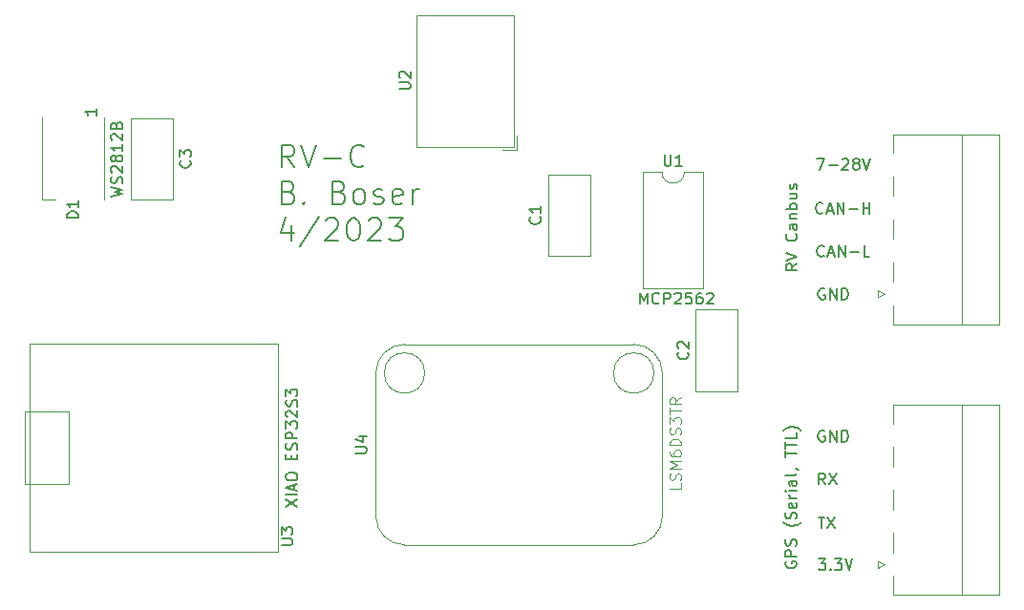
<source format=gbr>
%TF.GenerationSoftware,KiCad,Pcbnew,7.0.1-0*%
%TF.CreationDate,2023-04-24T13:37:36-07:00*%
%TF.ProjectId,project,70726f6a-6563-4742-9e6b-696361645f70,rev?*%
%TF.SameCoordinates,Original*%
%TF.FileFunction,Legend,Top*%
%TF.FilePolarity,Positive*%
%FSLAX46Y46*%
G04 Gerber Fmt 4.6, Leading zero omitted, Abs format (unit mm)*
G04 Created by KiCad (PCBNEW 7.0.1-0) date 2023-04-24 13:37:36*
%MOMM*%
%LPD*%
G01*
G04 APERTURE LIST*
%ADD10C,0.150000*%
%ADD11C,0.100000*%
%ADD12C,0.120000*%
G04 APERTURE END LIST*
D10*
X219459523Y-79282380D02*
X219411904Y-79330000D01*
X219411904Y-79330000D02*
X219269047Y-79377619D01*
X219269047Y-79377619D02*
X219173809Y-79377619D01*
X219173809Y-79377619D02*
X219030952Y-79330000D01*
X219030952Y-79330000D02*
X218935714Y-79234761D01*
X218935714Y-79234761D02*
X218888095Y-79139523D01*
X218888095Y-79139523D02*
X218840476Y-78949047D01*
X218840476Y-78949047D02*
X218840476Y-78806190D01*
X218840476Y-78806190D02*
X218888095Y-78615714D01*
X218888095Y-78615714D02*
X218935714Y-78520476D01*
X218935714Y-78520476D02*
X219030952Y-78425238D01*
X219030952Y-78425238D02*
X219173809Y-78377619D01*
X219173809Y-78377619D02*
X219269047Y-78377619D01*
X219269047Y-78377619D02*
X219411904Y-78425238D01*
X219411904Y-78425238D02*
X219459523Y-78472857D01*
X219840476Y-79091904D02*
X220316666Y-79091904D01*
X219745238Y-79377619D02*
X220078571Y-78377619D01*
X220078571Y-78377619D02*
X220411904Y-79377619D01*
X220745238Y-79377619D02*
X220745238Y-78377619D01*
X220745238Y-78377619D02*
X221316666Y-79377619D01*
X221316666Y-79377619D02*
X221316666Y-78377619D01*
X221792857Y-78996666D02*
X222554762Y-78996666D01*
X223030952Y-79377619D02*
X223030952Y-78377619D01*
X223030952Y-78853809D02*
X223602380Y-78853809D01*
X223602380Y-79377619D02*
X223602380Y-78377619D01*
X171877619Y-105357142D02*
X172877619Y-104690476D01*
X171877619Y-104690476D02*
X172877619Y-105357142D01*
X172877619Y-104309523D02*
X171877619Y-104309523D01*
X172591904Y-103880952D02*
X172591904Y-103404762D01*
X172877619Y-103976190D02*
X171877619Y-103642857D01*
X171877619Y-103642857D02*
X172877619Y-103309524D01*
X171877619Y-102785714D02*
X171877619Y-102595238D01*
X171877619Y-102595238D02*
X171925238Y-102500000D01*
X171925238Y-102500000D02*
X172020476Y-102404762D01*
X172020476Y-102404762D02*
X172210952Y-102357143D01*
X172210952Y-102357143D02*
X172544285Y-102357143D01*
X172544285Y-102357143D02*
X172734761Y-102404762D01*
X172734761Y-102404762D02*
X172830000Y-102500000D01*
X172830000Y-102500000D02*
X172877619Y-102595238D01*
X172877619Y-102595238D02*
X172877619Y-102785714D01*
X172877619Y-102785714D02*
X172830000Y-102880952D01*
X172830000Y-102880952D02*
X172734761Y-102976190D01*
X172734761Y-102976190D02*
X172544285Y-103023809D01*
X172544285Y-103023809D02*
X172210952Y-103023809D01*
X172210952Y-103023809D02*
X172020476Y-102976190D01*
X172020476Y-102976190D02*
X171925238Y-102880952D01*
X171925238Y-102880952D02*
X171877619Y-102785714D01*
X172353809Y-101166666D02*
X172353809Y-100833333D01*
X172877619Y-100690476D02*
X172877619Y-101166666D01*
X172877619Y-101166666D02*
X171877619Y-101166666D01*
X171877619Y-101166666D02*
X171877619Y-100690476D01*
X172830000Y-100309523D02*
X172877619Y-100166666D01*
X172877619Y-100166666D02*
X172877619Y-99928571D01*
X172877619Y-99928571D02*
X172830000Y-99833333D01*
X172830000Y-99833333D02*
X172782380Y-99785714D01*
X172782380Y-99785714D02*
X172687142Y-99738095D01*
X172687142Y-99738095D02*
X172591904Y-99738095D01*
X172591904Y-99738095D02*
X172496666Y-99785714D01*
X172496666Y-99785714D02*
X172449047Y-99833333D01*
X172449047Y-99833333D02*
X172401428Y-99928571D01*
X172401428Y-99928571D02*
X172353809Y-100119047D01*
X172353809Y-100119047D02*
X172306190Y-100214285D01*
X172306190Y-100214285D02*
X172258571Y-100261904D01*
X172258571Y-100261904D02*
X172163333Y-100309523D01*
X172163333Y-100309523D02*
X172068095Y-100309523D01*
X172068095Y-100309523D02*
X171972857Y-100261904D01*
X171972857Y-100261904D02*
X171925238Y-100214285D01*
X171925238Y-100214285D02*
X171877619Y-100119047D01*
X171877619Y-100119047D02*
X171877619Y-99880952D01*
X171877619Y-99880952D02*
X171925238Y-99738095D01*
X172877619Y-99309523D02*
X171877619Y-99309523D01*
X171877619Y-99309523D02*
X171877619Y-98928571D01*
X171877619Y-98928571D02*
X171925238Y-98833333D01*
X171925238Y-98833333D02*
X171972857Y-98785714D01*
X171972857Y-98785714D02*
X172068095Y-98738095D01*
X172068095Y-98738095D02*
X172210952Y-98738095D01*
X172210952Y-98738095D02*
X172306190Y-98785714D01*
X172306190Y-98785714D02*
X172353809Y-98833333D01*
X172353809Y-98833333D02*
X172401428Y-98928571D01*
X172401428Y-98928571D02*
X172401428Y-99309523D01*
X171877619Y-98404761D02*
X171877619Y-97785714D01*
X171877619Y-97785714D02*
X172258571Y-98119047D01*
X172258571Y-98119047D02*
X172258571Y-97976190D01*
X172258571Y-97976190D02*
X172306190Y-97880952D01*
X172306190Y-97880952D02*
X172353809Y-97833333D01*
X172353809Y-97833333D02*
X172449047Y-97785714D01*
X172449047Y-97785714D02*
X172687142Y-97785714D01*
X172687142Y-97785714D02*
X172782380Y-97833333D01*
X172782380Y-97833333D02*
X172830000Y-97880952D01*
X172830000Y-97880952D02*
X172877619Y-97976190D01*
X172877619Y-97976190D02*
X172877619Y-98261904D01*
X172877619Y-98261904D02*
X172830000Y-98357142D01*
X172830000Y-98357142D02*
X172782380Y-98404761D01*
X171972857Y-97404761D02*
X171925238Y-97357142D01*
X171925238Y-97357142D02*
X171877619Y-97261904D01*
X171877619Y-97261904D02*
X171877619Y-97023809D01*
X171877619Y-97023809D02*
X171925238Y-96928571D01*
X171925238Y-96928571D02*
X171972857Y-96880952D01*
X171972857Y-96880952D02*
X172068095Y-96833333D01*
X172068095Y-96833333D02*
X172163333Y-96833333D01*
X172163333Y-96833333D02*
X172306190Y-96880952D01*
X172306190Y-96880952D02*
X172877619Y-97452380D01*
X172877619Y-97452380D02*
X172877619Y-96833333D01*
X172830000Y-96452380D02*
X172877619Y-96309523D01*
X172877619Y-96309523D02*
X172877619Y-96071428D01*
X172877619Y-96071428D02*
X172830000Y-95976190D01*
X172830000Y-95976190D02*
X172782380Y-95928571D01*
X172782380Y-95928571D02*
X172687142Y-95880952D01*
X172687142Y-95880952D02*
X172591904Y-95880952D01*
X172591904Y-95880952D02*
X172496666Y-95928571D01*
X172496666Y-95928571D02*
X172449047Y-95976190D01*
X172449047Y-95976190D02*
X172401428Y-96071428D01*
X172401428Y-96071428D02*
X172353809Y-96261904D01*
X172353809Y-96261904D02*
X172306190Y-96357142D01*
X172306190Y-96357142D02*
X172258571Y-96404761D01*
X172258571Y-96404761D02*
X172163333Y-96452380D01*
X172163333Y-96452380D02*
X172068095Y-96452380D01*
X172068095Y-96452380D02*
X171972857Y-96404761D01*
X171972857Y-96404761D02*
X171925238Y-96357142D01*
X171925238Y-96357142D02*
X171877619Y-96261904D01*
X171877619Y-96261904D02*
X171877619Y-96023809D01*
X171877619Y-96023809D02*
X171925238Y-95880952D01*
X171877619Y-95547618D02*
X171877619Y-94928571D01*
X171877619Y-94928571D02*
X172258571Y-95261904D01*
X172258571Y-95261904D02*
X172258571Y-95119047D01*
X172258571Y-95119047D02*
X172306190Y-95023809D01*
X172306190Y-95023809D02*
X172353809Y-94976190D01*
X172353809Y-94976190D02*
X172449047Y-94928571D01*
X172449047Y-94928571D02*
X172687142Y-94928571D01*
X172687142Y-94928571D02*
X172782380Y-94976190D01*
X172782380Y-94976190D02*
X172830000Y-95023809D01*
X172830000Y-95023809D02*
X172877619Y-95119047D01*
X172877619Y-95119047D02*
X172877619Y-95404761D01*
X172877619Y-95404761D02*
X172830000Y-95499999D01*
X172830000Y-95499999D02*
X172782380Y-95547618D01*
X172619047Y-75275238D02*
X171952380Y-74322857D01*
X171476190Y-75275238D02*
X171476190Y-73275238D01*
X171476190Y-73275238D02*
X172238095Y-73275238D01*
X172238095Y-73275238D02*
X172428571Y-73370476D01*
X172428571Y-73370476D02*
X172523809Y-73465714D01*
X172523809Y-73465714D02*
X172619047Y-73656190D01*
X172619047Y-73656190D02*
X172619047Y-73941904D01*
X172619047Y-73941904D02*
X172523809Y-74132380D01*
X172523809Y-74132380D02*
X172428571Y-74227619D01*
X172428571Y-74227619D02*
X172238095Y-74322857D01*
X172238095Y-74322857D02*
X171476190Y-74322857D01*
X173190476Y-73275238D02*
X173857142Y-75275238D01*
X173857142Y-75275238D02*
X174523809Y-73275238D01*
X175190476Y-74513333D02*
X176714286Y-74513333D01*
X178809523Y-75084761D02*
X178714285Y-75180000D01*
X178714285Y-75180000D02*
X178428571Y-75275238D01*
X178428571Y-75275238D02*
X178238095Y-75275238D01*
X178238095Y-75275238D02*
X177952380Y-75180000D01*
X177952380Y-75180000D02*
X177761904Y-74989523D01*
X177761904Y-74989523D02*
X177666666Y-74799047D01*
X177666666Y-74799047D02*
X177571428Y-74418095D01*
X177571428Y-74418095D02*
X177571428Y-74132380D01*
X177571428Y-74132380D02*
X177666666Y-73751428D01*
X177666666Y-73751428D02*
X177761904Y-73560952D01*
X177761904Y-73560952D02*
X177952380Y-73370476D01*
X177952380Y-73370476D02*
X178238095Y-73275238D01*
X178238095Y-73275238D02*
X178428571Y-73275238D01*
X178428571Y-73275238D02*
X178714285Y-73370476D01*
X178714285Y-73370476D02*
X178809523Y-73465714D01*
X172142857Y-77467619D02*
X172428571Y-77562857D01*
X172428571Y-77562857D02*
X172523809Y-77658095D01*
X172523809Y-77658095D02*
X172619047Y-77848571D01*
X172619047Y-77848571D02*
X172619047Y-78134285D01*
X172619047Y-78134285D02*
X172523809Y-78324761D01*
X172523809Y-78324761D02*
X172428571Y-78420000D01*
X172428571Y-78420000D02*
X172238095Y-78515238D01*
X172238095Y-78515238D02*
X171476190Y-78515238D01*
X171476190Y-78515238D02*
X171476190Y-76515238D01*
X171476190Y-76515238D02*
X172142857Y-76515238D01*
X172142857Y-76515238D02*
X172333333Y-76610476D01*
X172333333Y-76610476D02*
X172428571Y-76705714D01*
X172428571Y-76705714D02*
X172523809Y-76896190D01*
X172523809Y-76896190D02*
X172523809Y-77086666D01*
X172523809Y-77086666D02*
X172428571Y-77277142D01*
X172428571Y-77277142D02*
X172333333Y-77372380D01*
X172333333Y-77372380D02*
X172142857Y-77467619D01*
X172142857Y-77467619D02*
X171476190Y-77467619D01*
X173476190Y-78324761D02*
X173571428Y-78420000D01*
X173571428Y-78420000D02*
X173476190Y-78515238D01*
X173476190Y-78515238D02*
X173380952Y-78420000D01*
X173380952Y-78420000D02*
X173476190Y-78324761D01*
X173476190Y-78324761D02*
X173476190Y-78515238D01*
X176619048Y-77467619D02*
X176904762Y-77562857D01*
X176904762Y-77562857D02*
X177000000Y-77658095D01*
X177000000Y-77658095D02*
X177095238Y-77848571D01*
X177095238Y-77848571D02*
X177095238Y-78134285D01*
X177095238Y-78134285D02*
X177000000Y-78324761D01*
X177000000Y-78324761D02*
X176904762Y-78420000D01*
X176904762Y-78420000D02*
X176714286Y-78515238D01*
X176714286Y-78515238D02*
X175952381Y-78515238D01*
X175952381Y-78515238D02*
X175952381Y-76515238D01*
X175952381Y-76515238D02*
X176619048Y-76515238D01*
X176619048Y-76515238D02*
X176809524Y-76610476D01*
X176809524Y-76610476D02*
X176904762Y-76705714D01*
X176904762Y-76705714D02*
X177000000Y-76896190D01*
X177000000Y-76896190D02*
X177000000Y-77086666D01*
X177000000Y-77086666D02*
X176904762Y-77277142D01*
X176904762Y-77277142D02*
X176809524Y-77372380D01*
X176809524Y-77372380D02*
X176619048Y-77467619D01*
X176619048Y-77467619D02*
X175952381Y-77467619D01*
X178238095Y-78515238D02*
X178047619Y-78420000D01*
X178047619Y-78420000D02*
X177952381Y-78324761D01*
X177952381Y-78324761D02*
X177857143Y-78134285D01*
X177857143Y-78134285D02*
X177857143Y-77562857D01*
X177857143Y-77562857D02*
X177952381Y-77372380D01*
X177952381Y-77372380D02*
X178047619Y-77277142D01*
X178047619Y-77277142D02*
X178238095Y-77181904D01*
X178238095Y-77181904D02*
X178523810Y-77181904D01*
X178523810Y-77181904D02*
X178714286Y-77277142D01*
X178714286Y-77277142D02*
X178809524Y-77372380D01*
X178809524Y-77372380D02*
X178904762Y-77562857D01*
X178904762Y-77562857D02*
X178904762Y-78134285D01*
X178904762Y-78134285D02*
X178809524Y-78324761D01*
X178809524Y-78324761D02*
X178714286Y-78420000D01*
X178714286Y-78420000D02*
X178523810Y-78515238D01*
X178523810Y-78515238D02*
X178238095Y-78515238D01*
X179666667Y-78420000D02*
X179857143Y-78515238D01*
X179857143Y-78515238D02*
X180238095Y-78515238D01*
X180238095Y-78515238D02*
X180428572Y-78420000D01*
X180428572Y-78420000D02*
X180523810Y-78229523D01*
X180523810Y-78229523D02*
X180523810Y-78134285D01*
X180523810Y-78134285D02*
X180428572Y-77943809D01*
X180428572Y-77943809D02*
X180238095Y-77848571D01*
X180238095Y-77848571D02*
X179952381Y-77848571D01*
X179952381Y-77848571D02*
X179761905Y-77753333D01*
X179761905Y-77753333D02*
X179666667Y-77562857D01*
X179666667Y-77562857D02*
X179666667Y-77467619D01*
X179666667Y-77467619D02*
X179761905Y-77277142D01*
X179761905Y-77277142D02*
X179952381Y-77181904D01*
X179952381Y-77181904D02*
X180238095Y-77181904D01*
X180238095Y-77181904D02*
X180428572Y-77277142D01*
X182142858Y-78420000D02*
X181952382Y-78515238D01*
X181952382Y-78515238D02*
X181571429Y-78515238D01*
X181571429Y-78515238D02*
X181380953Y-78420000D01*
X181380953Y-78420000D02*
X181285715Y-78229523D01*
X181285715Y-78229523D02*
X181285715Y-77467619D01*
X181285715Y-77467619D02*
X181380953Y-77277142D01*
X181380953Y-77277142D02*
X181571429Y-77181904D01*
X181571429Y-77181904D02*
X181952382Y-77181904D01*
X181952382Y-77181904D02*
X182142858Y-77277142D01*
X182142858Y-77277142D02*
X182238096Y-77467619D01*
X182238096Y-77467619D02*
X182238096Y-77658095D01*
X182238096Y-77658095D02*
X181285715Y-77848571D01*
X183095239Y-78515238D02*
X183095239Y-77181904D01*
X183095239Y-77562857D02*
X183190477Y-77372380D01*
X183190477Y-77372380D02*
X183285715Y-77277142D01*
X183285715Y-77277142D02*
X183476191Y-77181904D01*
X183476191Y-77181904D02*
X183666668Y-77181904D01*
X172333333Y-80421904D02*
X172333333Y-81755238D01*
X171857142Y-79660000D02*
X171380952Y-81088571D01*
X171380952Y-81088571D02*
X172619047Y-81088571D01*
X174809523Y-79660000D02*
X173095238Y-82231428D01*
X175380952Y-79945714D02*
X175476190Y-79850476D01*
X175476190Y-79850476D02*
X175666666Y-79755238D01*
X175666666Y-79755238D02*
X176142857Y-79755238D01*
X176142857Y-79755238D02*
X176333333Y-79850476D01*
X176333333Y-79850476D02*
X176428571Y-79945714D01*
X176428571Y-79945714D02*
X176523809Y-80136190D01*
X176523809Y-80136190D02*
X176523809Y-80326666D01*
X176523809Y-80326666D02*
X176428571Y-80612380D01*
X176428571Y-80612380D02*
X175285714Y-81755238D01*
X175285714Y-81755238D02*
X176523809Y-81755238D01*
X177761904Y-79755238D02*
X177952381Y-79755238D01*
X177952381Y-79755238D02*
X178142857Y-79850476D01*
X178142857Y-79850476D02*
X178238095Y-79945714D01*
X178238095Y-79945714D02*
X178333333Y-80136190D01*
X178333333Y-80136190D02*
X178428571Y-80517142D01*
X178428571Y-80517142D02*
X178428571Y-80993333D01*
X178428571Y-80993333D02*
X178333333Y-81374285D01*
X178333333Y-81374285D02*
X178238095Y-81564761D01*
X178238095Y-81564761D02*
X178142857Y-81660000D01*
X178142857Y-81660000D02*
X177952381Y-81755238D01*
X177952381Y-81755238D02*
X177761904Y-81755238D01*
X177761904Y-81755238D02*
X177571428Y-81660000D01*
X177571428Y-81660000D02*
X177476190Y-81564761D01*
X177476190Y-81564761D02*
X177380952Y-81374285D01*
X177380952Y-81374285D02*
X177285714Y-80993333D01*
X177285714Y-80993333D02*
X177285714Y-80517142D01*
X177285714Y-80517142D02*
X177380952Y-80136190D01*
X177380952Y-80136190D02*
X177476190Y-79945714D01*
X177476190Y-79945714D02*
X177571428Y-79850476D01*
X177571428Y-79850476D02*
X177761904Y-79755238D01*
X179190476Y-79945714D02*
X179285714Y-79850476D01*
X179285714Y-79850476D02*
X179476190Y-79755238D01*
X179476190Y-79755238D02*
X179952381Y-79755238D01*
X179952381Y-79755238D02*
X180142857Y-79850476D01*
X180142857Y-79850476D02*
X180238095Y-79945714D01*
X180238095Y-79945714D02*
X180333333Y-80136190D01*
X180333333Y-80136190D02*
X180333333Y-80326666D01*
X180333333Y-80326666D02*
X180238095Y-80612380D01*
X180238095Y-80612380D02*
X179095238Y-81755238D01*
X179095238Y-81755238D02*
X180333333Y-81755238D01*
X181000000Y-79755238D02*
X182238095Y-79755238D01*
X182238095Y-79755238D02*
X181571428Y-80517142D01*
X181571428Y-80517142D02*
X181857143Y-80517142D01*
X181857143Y-80517142D02*
X182047619Y-80612380D01*
X182047619Y-80612380D02*
X182142857Y-80707619D01*
X182142857Y-80707619D02*
X182238095Y-80898095D01*
X182238095Y-80898095D02*
X182238095Y-81374285D01*
X182238095Y-81374285D02*
X182142857Y-81564761D01*
X182142857Y-81564761D02*
X182047619Y-81660000D01*
X182047619Y-81660000D02*
X181857143Y-81755238D01*
X181857143Y-81755238D02*
X181285714Y-81755238D01*
X181285714Y-81755238D02*
X181095238Y-81660000D01*
X181095238Y-81660000D02*
X181000000Y-81564761D01*
X217177619Y-83790476D02*
X216701428Y-84123809D01*
X217177619Y-84361904D02*
X216177619Y-84361904D01*
X216177619Y-84361904D02*
X216177619Y-83980952D01*
X216177619Y-83980952D02*
X216225238Y-83885714D01*
X216225238Y-83885714D02*
X216272857Y-83838095D01*
X216272857Y-83838095D02*
X216368095Y-83790476D01*
X216368095Y-83790476D02*
X216510952Y-83790476D01*
X216510952Y-83790476D02*
X216606190Y-83838095D01*
X216606190Y-83838095D02*
X216653809Y-83885714D01*
X216653809Y-83885714D02*
X216701428Y-83980952D01*
X216701428Y-83980952D02*
X216701428Y-84361904D01*
X216177619Y-83504761D02*
X217177619Y-83171428D01*
X217177619Y-83171428D02*
X216177619Y-82838095D01*
X217082380Y-81171428D02*
X217130000Y-81219047D01*
X217130000Y-81219047D02*
X217177619Y-81361904D01*
X217177619Y-81361904D02*
X217177619Y-81457142D01*
X217177619Y-81457142D02*
X217130000Y-81599999D01*
X217130000Y-81599999D02*
X217034761Y-81695237D01*
X217034761Y-81695237D02*
X216939523Y-81742856D01*
X216939523Y-81742856D02*
X216749047Y-81790475D01*
X216749047Y-81790475D02*
X216606190Y-81790475D01*
X216606190Y-81790475D02*
X216415714Y-81742856D01*
X216415714Y-81742856D02*
X216320476Y-81695237D01*
X216320476Y-81695237D02*
X216225238Y-81599999D01*
X216225238Y-81599999D02*
X216177619Y-81457142D01*
X216177619Y-81457142D02*
X216177619Y-81361904D01*
X216177619Y-81361904D02*
X216225238Y-81219047D01*
X216225238Y-81219047D02*
X216272857Y-81171428D01*
X217177619Y-80314285D02*
X216653809Y-80314285D01*
X216653809Y-80314285D02*
X216558571Y-80361904D01*
X216558571Y-80361904D02*
X216510952Y-80457142D01*
X216510952Y-80457142D02*
X216510952Y-80647618D01*
X216510952Y-80647618D02*
X216558571Y-80742856D01*
X217130000Y-80314285D02*
X217177619Y-80409523D01*
X217177619Y-80409523D02*
X217177619Y-80647618D01*
X217177619Y-80647618D02*
X217130000Y-80742856D01*
X217130000Y-80742856D02*
X217034761Y-80790475D01*
X217034761Y-80790475D02*
X216939523Y-80790475D01*
X216939523Y-80790475D02*
X216844285Y-80742856D01*
X216844285Y-80742856D02*
X216796666Y-80647618D01*
X216796666Y-80647618D02*
X216796666Y-80409523D01*
X216796666Y-80409523D02*
X216749047Y-80314285D01*
X216510952Y-79838094D02*
X217177619Y-79838094D01*
X216606190Y-79838094D02*
X216558571Y-79790475D01*
X216558571Y-79790475D02*
X216510952Y-79695237D01*
X216510952Y-79695237D02*
X216510952Y-79552380D01*
X216510952Y-79552380D02*
X216558571Y-79457142D01*
X216558571Y-79457142D02*
X216653809Y-79409523D01*
X216653809Y-79409523D02*
X217177619Y-79409523D01*
X217177619Y-78933332D02*
X216177619Y-78933332D01*
X216558571Y-78933332D02*
X216510952Y-78838094D01*
X216510952Y-78838094D02*
X216510952Y-78647618D01*
X216510952Y-78647618D02*
X216558571Y-78552380D01*
X216558571Y-78552380D02*
X216606190Y-78504761D01*
X216606190Y-78504761D02*
X216701428Y-78457142D01*
X216701428Y-78457142D02*
X216987142Y-78457142D01*
X216987142Y-78457142D02*
X217082380Y-78504761D01*
X217082380Y-78504761D02*
X217130000Y-78552380D01*
X217130000Y-78552380D02*
X217177619Y-78647618D01*
X217177619Y-78647618D02*
X217177619Y-78838094D01*
X217177619Y-78838094D02*
X217130000Y-78933332D01*
X216510952Y-77599999D02*
X217177619Y-77599999D01*
X216510952Y-78028570D02*
X217034761Y-78028570D01*
X217034761Y-78028570D02*
X217130000Y-77980951D01*
X217130000Y-77980951D02*
X217177619Y-77885713D01*
X217177619Y-77885713D02*
X217177619Y-77742856D01*
X217177619Y-77742856D02*
X217130000Y-77647618D01*
X217130000Y-77647618D02*
X217082380Y-77599999D01*
X217130000Y-77171427D02*
X217177619Y-77076189D01*
X217177619Y-77076189D02*
X217177619Y-76885713D01*
X217177619Y-76885713D02*
X217130000Y-76790475D01*
X217130000Y-76790475D02*
X217034761Y-76742856D01*
X217034761Y-76742856D02*
X216987142Y-76742856D01*
X216987142Y-76742856D02*
X216891904Y-76790475D01*
X216891904Y-76790475D02*
X216844285Y-76885713D01*
X216844285Y-76885713D02*
X216844285Y-77028570D01*
X216844285Y-77028570D02*
X216796666Y-77123808D01*
X216796666Y-77123808D02*
X216701428Y-77171427D01*
X216701428Y-77171427D02*
X216653809Y-77171427D01*
X216653809Y-77171427D02*
X216558571Y-77123808D01*
X216558571Y-77123808D02*
X216510952Y-77028570D01*
X216510952Y-77028570D02*
X216510952Y-76885713D01*
X216510952Y-76885713D02*
X216558571Y-76790475D01*
X203238095Y-87377619D02*
X203238095Y-86377619D01*
X203238095Y-86377619D02*
X203571428Y-87091904D01*
X203571428Y-87091904D02*
X203904761Y-86377619D01*
X203904761Y-86377619D02*
X203904761Y-87377619D01*
X204952380Y-87282380D02*
X204904761Y-87330000D01*
X204904761Y-87330000D02*
X204761904Y-87377619D01*
X204761904Y-87377619D02*
X204666666Y-87377619D01*
X204666666Y-87377619D02*
X204523809Y-87330000D01*
X204523809Y-87330000D02*
X204428571Y-87234761D01*
X204428571Y-87234761D02*
X204380952Y-87139523D01*
X204380952Y-87139523D02*
X204333333Y-86949047D01*
X204333333Y-86949047D02*
X204333333Y-86806190D01*
X204333333Y-86806190D02*
X204380952Y-86615714D01*
X204380952Y-86615714D02*
X204428571Y-86520476D01*
X204428571Y-86520476D02*
X204523809Y-86425238D01*
X204523809Y-86425238D02*
X204666666Y-86377619D01*
X204666666Y-86377619D02*
X204761904Y-86377619D01*
X204761904Y-86377619D02*
X204904761Y-86425238D01*
X204904761Y-86425238D02*
X204952380Y-86472857D01*
X205380952Y-87377619D02*
X205380952Y-86377619D01*
X205380952Y-86377619D02*
X205761904Y-86377619D01*
X205761904Y-86377619D02*
X205857142Y-86425238D01*
X205857142Y-86425238D02*
X205904761Y-86472857D01*
X205904761Y-86472857D02*
X205952380Y-86568095D01*
X205952380Y-86568095D02*
X205952380Y-86710952D01*
X205952380Y-86710952D02*
X205904761Y-86806190D01*
X205904761Y-86806190D02*
X205857142Y-86853809D01*
X205857142Y-86853809D02*
X205761904Y-86901428D01*
X205761904Y-86901428D02*
X205380952Y-86901428D01*
X206333333Y-86472857D02*
X206380952Y-86425238D01*
X206380952Y-86425238D02*
X206476190Y-86377619D01*
X206476190Y-86377619D02*
X206714285Y-86377619D01*
X206714285Y-86377619D02*
X206809523Y-86425238D01*
X206809523Y-86425238D02*
X206857142Y-86472857D01*
X206857142Y-86472857D02*
X206904761Y-86568095D01*
X206904761Y-86568095D02*
X206904761Y-86663333D01*
X206904761Y-86663333D02*
X206857142Y-86806190D01*
X206857142Y-86806190D02*
X206285714Y-87377619D01*
X206285714Y-87377619D02*
X206904761Y-87377619D01*
X207809523Y-86377619D02*
X207333333Y-86377619D01*
X207333333Y-86377619D02*
X207285714Y-86853809D01*
X207285714Y-86853809D02*
X207333333Y-86806190D01*
X207333333Y-86806190D02*
X207428571Y-86758571D01*
X207428571Y-86758571D02*
X207666666Y-86758571D01*
X207666666Y-86758571D02*
X207761904Y-86806190D01*
X207761904Y-86806190D02*
X207809523Y-86853809D01*
X207809523Y-86853809D02*
X207857142Y-86949047D01*
X207857142Y-86949047D02*
X207857142Y-87187142D01*
X207857142Y-87187142D02*
X207809523Y-87282380D01*
X207809523Y-87282380D02*
X207761904Y-87330000D01*
X207761904Y-87330000D02*
X207666666Y-87377619D01*
X207666666Y-87377619D02*
X207428571Y-87377619D01*
X207428571Y-87377619D02*
X207333333Y-87330000D01*
X207333333Y-87330000D02*
X207285714Y-87282380D01*
X208714285Y-86377619D02*
X208523809Y-86377619D01*
X208523809Y-86377619D02*
X208428571Y-86425238D01*
X208428571Y-86425238D02*
X208380952Y-86472857D01*
X208380952Y-86472857D02*
X208285714Y-86615714D01*
X208285714Y-86615714D02*
X208238095Y-86806190D01*
X208238095Y-86806190D02*
X208238095Y-87187142D01*
X208238095Y-87187142D02*
X208285714Y-87282380D01*
X208285714Y-87282380D02*
X208333333Y-87330000D01*
X208333333Y-87330000D02*
X208428571Y-87377619D01*
X208428571Y-87377619D02*
X208619047Y-87377619D01*
X208619047Y-87377619D02*
X208714285Y-87330000D01*
X208714285Y-87330000D02*
X208761904Y-87282380D01*
X208761904Y-87282380D02*
X208809523Y-87187142D01*
X208809523Y-87187142D02*
X208809523Y-86949047D01*
X208809523Y-86949047D02*
X208761904Y-86853809D01*
X208761904Y-86853809D02*
X208714285Y-86806190D01*
X208714285Y-86806190D02*
X208619047Y-86758571D01*
X208619047Y-86758571D02*
X208428571Y-86758571D01*
X208428571Y-86758571D02*
X208333333Y-86806190D01*
X208333333Y-86806190D02*
X208285714Y-86853809D01*
X208285714Y-86853809D02*
X208238095Y-86949047D01*
X209190476Y-86472857D02*
X209238095Y-86425238D01*
X209238095Y-86425238D02*
X209333333Y-86377619D01*
X209333333Y-86377619D02*
X209571428Y-86377619D01*
X209571428Y-86377619D02*
X209666666Y-86425238D01*
X209666666Y-86425238D02*
X209714285Y-86472857D01*
X209714285Y-86472857D02*
X209761904Y-86568095D01*
X209761904Y-86568095D02*
X209761904Y-86663333D01*
X209761904Y-86663333D02*
X209714285Y-86806190D01*
X209714285Y-86806190D02*
X209142857Y-87377619D01*
X209142857Y-87377619D02*
X209761904Y-87377619D01*
X219092857Y-109977619D02*
X219711904Y-109977619D01*
X219711904Y-109977619D02*
X219378571Y-110358571D01*
X219378571Y-110358571D02*
X219521428Y-110358571D01*
X219521428Y-110358571D02*
X219616666Y-110406190D01*
X219616666Y-110406190D02*
X219664285Y-110453809D01*
X219664285Y-110453809D02*
X219711904Y-110549047D01*
X219711904Y-110549047D02*
X219711904Y-110787142D01*
X219711904Y-110787142D02*
X219664285Y-110882380D01*
X219664285Y-110882380D02*
X219616666Y-110930000D01*
X219616666Y-110930000D02*
X219521428Y-110977619D01*
X219521428Y-110977619D02*
X219235714Y-110977619D01*
X219235714Y-110977619D02*
X219140476Y-110930000D01*
X219140476Y-110930000D02*
X219092857Y-110882380D01*
X220140476Y-110882380D02*
X220188095Y-110930000D01*
X220188095Y-110930000D02*
X220140476Y-110977619D01*
X220140476Y-110977619D02*
X220092857Y-110930000D01*
X220092857Y-110930000D02*
X220140476Y-110882380D01*
X220140476Y-110882380D02*
X220140476Y-110977619D01*
X220521428Y-109977619D02*
X221140475Y-109977619D01*
X221140475Y-109977619D02*
X220807142Y-110358571D01*
X220807142Y-110358571D02*
X220949999Y-110358571D01*
X220949999Y-110358571D02*
X221045237Y-110406190D01*
X221045237Y-110406190D02*
X221092856Y-110453809D01*
X221092856Y-110453809D02*
X221140475Y-110549047D01*
X221140475Y-110549047D02*
X221140475Y-110787142D01*
X221140475Y-110787142D02*
X221092856Y-110882380D01*
X221092856Y-110882380D02*
X221045237Y-110930000D01*
X221045237Y-110930000D02*
X220949999Y-110977619D01*
X220949999Y-110977619D02*
X220664285Y-110977619D01*
X220664285Y-110977619D02*
X220569047Y-110930000D01*
X220569047Y-110930000D02*
X220521428Y-110882380D01*
X221426190Y-109977619D02*
X221759523Y-110977619D01*
X221759523Y-110977619D02*
X222092856Y-109977619D01*
X219611904Y-86025238D02*
X219516666Y-85977619D01*
X219516666Y-85977619D02*
X219373809Y-85977619D01*
X219373809Y-85977619D02*
X219230952Y-86025238D01*
X219230952Y-86025238D02*
X219135714Y-86120476D01*
X219135714Y-86120476D02*
X219088095Y-86215714D01*
X219088095Y-86215714D02*
X219040476Y-86406190D01*
X219040476Y-86406190D02*
X219040476Y-86549047D01*
X219040476Y-86549047D02*
X219088095Y-86739523D01*
X219088095Y-86739523D02*
X219135714Y-86834761D01*
X219135714Y-86834761D02*
X219230952Y-86930000D01*
X219230952Y-86930000D02*
X219373809Y-86977619D01*
X219373809Y-86977619D02*
X219469047Y-86977619D01*
X219469047Y-86977619D02*
X219611904Y-86930000D01*
X219611904Y-86930000D02*
X219659523Y-86882380D01*
X219659523Y-86882380D02*
X219659523Y-86549047D01*
X219659523Y-86549047D02*
X219469047Y-86549047D01*
X220088095Y-86977619D02*
X220088095Y-85977619D01*
X220088095Y-85977619D02*
X220659523Y-86977619D01*
X220659523Y-86977619D02*
X220659523Y-85977619D01*
X221135714Y-86977619D02*
X221135714Y-85977619D01*
X221135714Y-85977619D02*
X221373809Y-85977619D01*
X221373809Y-85977619D02*
X221516666Y-86025238D01*
X221516666Y-86025238D02*
X221611904Y-86120476D01*
X221611904Y-86120476D02*
X221659523Y-86215714D01*
X221659523Y-86215714D02*
X221707142Y-86406190D01*
X221707142Y-86406190D02*
X221707142Y-86549047D01*
X221707142Y-86549047D02*
X221659523Y-86739523D01*
X221659523Y-86739523D02*
X221611904Y-86834761D01*
X221611904Y-86834761D02*
X221516666Y-86930000D01*
X221516666Y-86930000D02*
X221373809Y-86977619D01*
X221373809Y-86977619D02*
X221135714Y-86977619D01*
X216175238Y-110238095D02*
X216127619Y-110333333D01*
X216127619Y-110333333D02*
X216127619Y-110476190D01*
X216127619Y-110476190D02*
X216175238Y-110619047D01*
X216175238Y-110619047D02*
X216270476Y-110714285D01*
X216270476Y-110714285D02*
X216365714Y-110761904D01*
X216365714Y-110761904D02*
X216556190Y-110809523D01*
X216556190Y-110809523D02*
X216699047Y-110809523D01*
X216699047Y-110809523D02*
X216889523Y-110761904D01*
X216889523Y-110761904D02*
X216984761Y-110714285D01*
X216984761Y-110714285D02*
X217080000Y-110619047D01*
X217080000Y-110619047D02*
X217127619Y-110476190D01*
X217127619Y-110476190D02*
X217127619Y-110380952D01*
X217127619Y-110380952D02*
X217080000Y-110238095D01*
X217080000Y-110238095D02*
X217032380Y-110190476D01*
X217032380Y-110190476D02*
X216699047Y-110190476D01*
X216699047Y-110190476D02*
X216699047Y-110380952D01*
X217127619Y-109761904D02*
X216127619Y-109761904D01*
X216127619Y-109761904D02*
X216127619Y-109380952D01*
X216127619Y-109380952D02*
X216175238Y-109285714D01*
X216175238Y-109285714D02*
X216222857Y-109238095D01*
X216222857Y-109238095D02*
X216318095Y-109190476D01*
X216318095Y-109190476D02*
X216460952Y-109190476D01*
X216460952Y-109190476D02*
X216556190Y-109238095D01*
X216556190Y-109238095D02*
X216603809Y-109285714D01*
X216603809Y-109285714D02*
X216651428Y-109380952D01*
X216651428Y-109380952D02*
X216651428Y-109761904D01*
X217080000Y-108809523D02*
X217127619Y-108666666D01*
X217127619Y-108666666D02*
X217127619Y-108428571D01*
X217127619Y-108428571D02*
X217080000Y-108333333D01*
X217080000Y-108333333D02*
X217032380Y-108285714D01*
X217032380Y-108285714D02*
X216937142Y-108238095D01*
X216937142Y-108238095D02*
X216841904Y-108238095D01*
X216841904Y-108238095D02*
X216746666Y-108285714D01*
X216746666Y-108285714D02*
X216699047Y-108333333D01*
X216699047Y-108333333D02*
X216651428Y-108428571D01*
X216651428Y-108428571D02*
X216603809Y-108619047D01*
X216603809Y-108619047D02*
X216556190Y-108714285D01*
X216556190Y-108714285D02*
X216508571Y-108761904D01*
X216508571Y-108761904D02*
X216413333Y-108809523D01*
X216413333Y-108809523D02*
X216318095Y-108809523D01*
X216318095Y-108809523D02*
X216222857Y-108761904D01*
X216222857Y-108761904D02*
X216175238Y-108714285D01*
X216175238Y-108714285D02*
X216127619Y-108619047D01*
X216127619Y-108619047D02*
X216127619Y-108380952D01*
X216127619Y-108380952D02*
X216175238Y-108238095D01*
X217508571Y-106761904D02*
X217460952Y-106809523D01*
X217460952Y-106809523D02*
X217318095Y-106904761D01*
X217318095Y-106904761D02*
X217222857Y-106952380D01*
X217222857Y-106952380D02*
X217080000Y-106999999D01*
X217080000Y-106999999D02*
X216841904Y-107047618D01*
X216841904Y-107047618D02*
X216651428Y-107047618D01*
X216651428Y-107047618D02*
X216413333Y-106999999D01*
X216413333Y-106999999D02*
X216270476Y-106952380D01*
X216270476Y-106952380D02*
X216175238Y-106904761D01*
X216175238Y-106904761D02*
X216032380Y-106809523D01*
X216032380Y-106809523D02*
X215984761Y-106761904D01*
X217080000Y-106428570D02*
X217127619Y-106285713D01*
X217127619Y-106285713D02*
X217127619Y-106047618D01*
X217127619Y-106047618D02*
X217080000Y-105952380D01*
X217080000Y-105952380D02*
X217032380Y-105904761D01*
X217032380Y-105904761D02*
X216937142Y-105857142D01*
X216937142Y-105857142D02*
X216841904Y-105857142D01*
X216841904Y-105857142D02*
X216746666Y-105904761D01*
X216746666Y-105904761D02*
X216699047Y-105952380D01*
X216699047Y-105952380D02*
X216651428Y-106047618D01*
X216651428Y-106047618D02*
X216603809Y-106238094D01*
X216603809Y-106238094D02*
X216556190Y-106333332D01*
X216556190Y-106333332D02*
X216508571Y-106380951D01*
X216508571Y-106380951D02*
X216413333Y-106428570D01*
X216413333Y-106428570D02*
X216318095Y-106428570D01*
X216318095Y-106428570D02*
X216222857Y-106380951D01*
X216222857Y-106380951D02*
X216175238Y-106333332D01*
X216175238Y-106333332D02*
X216127619Y-106238094D01*
X216127619Y-106238094D02*
X216127619Y-105999999D01*
X216127619Y-105999999D02*
X216175238Y-105857142D01*
X217080000Y-105047618D02*
X217127619Y-105142856D01*
X217127619Y-105142856D02*
X217127619Y-105333332D01*
X217127619Y-105333332D02*
X217080000Y-105428570D01*
X217080000Y-105428570D02*
X216984761Y-105476189D01*
X216984761Y-105476189D02*
X216603809Y-105476189D01*
X216603809Y-105476189D02*
X216508571Y-105428570D01*
X216508571Y-105428570D02*
X216460952Y-105333332D01*
X216460952Y-105333332D02*
X216460952Y-105142856D01*
X216460952Y-105142856D02*
X216508571Y-105047618D01*
X216508571Y-105047618D02*
X216603809Y-104999999D01*
X216603809Y-104999999D02*
X216699047Y-104999999D01*
X216699047Y-104999999D02*
X216794285Y-105476189D01*
X217127619Y-104571427D02*
X216460952Y-104571427D01*
X216651428Y-104571427D02*
X216556190Y-104523808D01*
X216556190Y-104523808D02*
X216508571Y-104476189D01*
X216508571Y-104476189D02*
X216460952Y-104380951D01*
X216460952Y-104380951D02*
X216460952Y-104285713D01*
X217127619Y-103952379D02*
X216460952Y-103952379D01*
X216127619Y-103952379D02*
X216175238Y-103999998D01*
X216175238Y-103999998D02*
X216222857Y-103952379D01*
X216222857Y-103952379D02*
X216175238Y-103904760D01*
X216175238Y-103904760D02*
X216127619Y-103952379D01*
X216127619Y-103952379D02*
X216222857Y-103952379D01*
X217127619Y-103047618D02*
X216603809Y-103047618D01*
X216603809Y-103047618D02*
X216508571Y-103095237D01*
X216508571Y-103095237D02*
X216460952Y-103190475D01*
X216460952Y-103190475D02*
X216460952Y-103380951D01*
X216460952Y-103380951D02*
X216508571Y-103476189D01*
X217080000Y-103047618D02*
X217127619Y-103142856D01*
X217127619Y-103142856D02*
X217127619Y-103380951D01*
X217127619Y-103380951D02*
X217080000Y-103476189D01*
X217080000Y-103476189D02*
X216984761Y-103523808D01*
X216984761Y-103523808D02*
X216889523Y-103523808D01*
X216889523Y-103523808D02*
X216794285Y-103476189D01*
X216794285Y-103476189D02*
X216746666Y-103380951D01*
X216746666Y-103380951D02*
X216746666Y-103142856D01*
X216746666Y-103142856D02*
X216699047Y-103047618D01*
X217127619Y-102428570D02*
X217080000Y-102523808D01*
X217080000Y-102523808D02*
X216984761Y-102571427D01*
X216984761Y-102571427D02*
X216127619Y-102571427D01*
X217080000Y-101999998D02*
X217127619Y-101999998D01*
X217127619Y-101999998D02*
X217222857Y-102047617D01*
X217222857Y-102047617D02*
X217270476Y-102095236D01*
X216127619Y-100952379D02*
X216127619Y-100380951D01*
X217127619Y-100666665D02*
X216127619Y-100666665D01*
X216127619Y-100190474D02*
X216127619Y-99619046D01*
X217127619Y-99904760D02*
X216127619Y-99904760D01*
X217127619Y-98809522D02*
X217127619Y-99285712D01*
X217127619Y-99285712D02*
X216127619Y-99285712D01*
X217508571Y-98571426D02*
X217460952Y-98523807D01*
X217460952Y-98523807D02*
X217318095Y-98428569D01*
X217318095Y-98428569D02*
X217222857Y-98380950D01*
X217222857Y-98380950D02*
X217080000Y-98333331D01*
X217080000Y-98333331D02*
X216841904Y-98285712D01*
X216841904Y-98285712D02*
X216651428Y-98285712D01*
X216651428Y-98285712D02*
X216413333Y-98333331D01*
X216413333Y-98333331D02*
X216270476Y-98380950D01*
X216270476Y-98380950D02*
X216175238Y-98428569D01*
X216175238Y-98428569D02*
X216032380Y-98523807D01*
X216032380Y-98523807D02*
X215984761Y-98571426D01*
X219611904Y-98625238D02*
X219516666Y-98577619D01*
X219516666Y-98577619D02*
X219373809Y-98577619D01*
X219373809Y-98577619D02*
X219230952Y-98625238D01*
X219230952Y-98625238D02*
X219135714Y-98720476D01*
X219135714Y-98720476D02*
X219088095Y-98815714D01*
X219088095Y-98815714D02*
X219040476Y-99006190D01*
X219040476Y-99006190D02*
X219040476Y-99149047D01*
X219040476Y-99149047D02*
X219088095Y-99339523D01*
X219088095Y-99339523D02*
X219135714Y-99434761D01*
X219135714Y-99434761D02*
X219230952Y-99530000D01*
X219230952Y-99530000D02*
X219373809Y-99577619D01*
X219373809Y-99577619D02*
X219469047Y-99577619D01*
X219469047Y-99577619D02*
X219611904Y-99530000D01*
X219611904Y-99530000D02*
X219659523Y-99482380D01*
X219659523Y-99482380D02*
X219659523Y-99149047D01*
X219659523Y-99149047D02*
X219469047Y-99149047D01*
X220088095Y-99577619D02*
X220088095Y-98577619D01*
X220088095Y-98577619D02*
X220659523Y-99577619D01*
X220659523Y-99577619D02*
X220659523Y-98577619D01*
X221135714Y-99577619D02*
X221135714Y-98577619D01*
X221135714Y-98577619D02*
X221373809Y-98577619D01*
X221373809Y-98577619D02*
X221516666Y-98625238D01*
X221516666Y-98625238D02*
X221611904Y-98720476D01*
X221611904Y-98720476D02*
X221659523Y-98815714D01*
X221659523Y-98815714D02*
X221707142Y-99006190D01*
X221707142Y-99006190D02*
X221707142Y-99149047D01*
X221707142Y-99149047D02*
X221659523Y-99339523D01*
X221659523Y-99339523D02*
X221611904Y-99434761D01*
X221611904Y-99434761D02*
X221516666Y-99530000D01*
X221516666Y-99530000D02*
X221373809Y-99577619D01*
X221373809Y-99577619D02*
X221135714Y-99577619D01*
X219559523Y-83082380D02*
X219511904Y-83130000D01*
X219511904Y-83130000D02*
X219369047Y-83177619D01*
X219369047Y-83177619D02*
X219273809Y-83177619D01*
X219273809Y-83177619D02*
X219130952Y-83130000D01*
X219130952Y-83130000D02*
X219035714Y-83034761D01*
X219035714Y-83034761D02*
X218988095Y-82939523D01*
X218988095Y-82939523D02*
X218940476Y-82749047D01*
X218940476Y-82749047D02*
X218940476Y-82606190D01*
X218940476Y-82606190D02*
X218988095Y-82415714D01*
X218988095Y-82415714D02*
X219035714Y-82320476D01*
X219035714Y-82320476D02*
X219130952Y-82225238D01*
X219130952Y-82225238D02*
X219273809Y-82177619D01*
X219273809Y-82177619D02*
X219369047Y-82177619D01*
X219369047Y-82177619D02*
X219511904Y-82225238D01*
X219511904Y-82225238D02*
X219559523Y-82272857D01*
X219940476Y-82891904D02*
X220416666Y-82891904D01*
X219845238Y-83177619D02*
X220178571Y-82177619D01*
X220178571Y-82177619D02*
X220511904Y-83177619D01*
X220845238Y-83177619D02*
X220845238Y-82177619D01*
X220845238Y-82177619D02*
X221416666Y-83177619D01*
X221416666Y-83177619D02*
X221416666Y-82177619D01*
X221892857Y-82796666D02*
X222654762Y-82796666D01*
X223607142Y-83177619D02*
X223130952Y-83177619D01*
X223130952Y-83177619D02*
X223130952Y-82177619D01*
X219659523Y-103377619D02*
X219326190Y-102901428D01*
X219088095Y-103377619D02*
X219088095Y-102377619D01*
X219088095Y-102377619D02*
X219469047Y-102377619D01*
X219469047Y-102377619D02*
X219564285Y-102425238D01*
X219564285Y-102425238D02*
X219611904Y-102472857D01*
X219611904Y-102472857D02*
X219659523Y-102568095D01*
X219659523Y-102568095D02*
X219659523Y-102710952D01*
X219659523Y-102710952D02*
X219611904Y-102806190D01*
X219611904Y-102806190D02*
X219564285Y-102853809D01*
X219564285Y-102853809D02*
X219469047Y-102901428D01*
X219469047Y-102901428D02*
X219088095Y-102901428D01*
X219992857Y-102377619D02*
X220659523Y-103377619D01*
X220659523Y-102377619D02*
X219992857Y-103377619D01*
X218942857Y-74477619D02*
X219609523Y-74477619D01*
X219609523Y-74477619D02*
X219180952Y-75477619D01*
X219990476Y-75096666D02*
X220752381Y-75096666D01*
X221180952Y-74572857D02*
X221228571Y-74525238D01*
X221228571Y-74525238D02*
X221323809Y-74477619D01*
X221323809Y-74477619D02*
X221561904Y-74477619D01*
X221561904Y-74477619D02*
X221657142Y-74525238D01*
X221657142Y-74525238D02*
X221704761Y-74572857D01*
X221704761Y-74572857D02*
X221752380Y-74668095D01*
X221752380Y-74668095D02*
X221752380Y-74763333D01*
X221752380Y-74763333D02*
X221704761Y-74906190D01*
X221704761Y-74906190D02*
X221133333Y-75477619D01*
X221133333Y-75477619D02*
X221752380Y-75477619D01*
X222323809Y-74906190D02*
X222228571Y-74858571D01*
X222228571Y-74858571D02*
X222180952Y-74810952D01*
X222180952Y-74810952D02*
X222133333Y-74715714D01*
X222133333Y-74715714D02*
X222133333Y-74668095D01*
X222133333Y-74668095D02*
X222180952Y-74572857D01*
X222180952Y-74572857D02*
X222228571Y-74525238D01*
X222228571Y-74525238D02*
X222323809Y-74477619D01*
X222323809Y-74477619D02*
X222514285Y-74477619D01*
X222514285Y-74477619D02*
X222609523Y-74525238D01*
X222609523Y-74525238D02*
X222657142Y-74572857D01*
X222657142Y-74572857D02*
X222704761Y-74668095D01*
X222704761Y-74668095D02*
X222704761Y-74715714D01*
X222704761Y-74715714D02*
X222657142Y-74810952D01*
X222657142Y-74810952D02*
X222609523Y-74858571D01*
X222609523Y-74858571D02*
X222514285Y-74906190D01*
X222514285Y-74906190D02*
X222323809Y-74906190D01*
X222323809Y-74906190D02*
X222228571Y-74953809D01*
X222228571Y-74953809D02*
X222180952Y-75001428D01*
X222180952Y-75001428D02*
X222133333Y-75096666D01*
X222133333Y-75096666D02*
X222133333Y-75287142D01*
X222133333Y-75287142D02*
X222180952Y-75382380D01*
X222180952Y-75382380D02*
X222228571Y-75430000D01*
X222228571Y-75430000D02*
X222323809Y-75477619D01*
X222323809Y-75477619D02*
X222514285Y-75477619D01*
X222514285Y-75477619D02*
X222609523Y-75430000D01*
X222609523Y-75430000D02*
X222657142Y-75382380D01*
X222657142Y-75382380D02*
X222704761Y-75287142D01*
X222704761Y-75287142D02*
X222704761Y-75096666D01*
X222704761Y-75096666D02*
X222657142Y-75001428D01*
X222657142Y-75001428D02*
X222609523Y-74953809D01*
X222609523Y-74953809D02*
X222514285Y-74906190D01*
X222990476Y-74477619D02*
X223323809Y-75477619D01*
X223323809Y-75477619D02*
X223657142Y-74477619D01*
X156377619Y-77857142D02*
X157377619Y-77619047D01*
X157377619Y-77619047D02*
X156663333Y-77428571D01*
X156663333Y-77428571D02*
X157377619Y-77238095D01*
X157377619Y-77238095D02*
X156377619Y-77000000D01*
X157330000Y-76666666D02*
X157377619Y-76523809D01*
X157377619Y-76523809D02*
X157377619Y-76285714D01*
X157377619Y-76285714D02*
X157330000Y-76190476D01*
X157330000Y-76190476D02*
X157282380Y-76142857D01*
X157282380Y-76142857D02*
X157187142Y-76095238D01*
X157187142Y-76095238D02*
X157091904Y-76095238D01*
X157091904Y-76095238D02*
X156996666Y-76142857D01*
X156996666Y-76142857D02*
X156949047Y-76190476D01*
X156949047Y-76190476D02*
X156901428Y-76285714D01*
X156901428Y-76285714D02*
X156853809Y-76476190D01*
X156853809Y-76476190D02*
X156806190Y-76571428D01*
X156806190Y-76571428D02*
X156758571Y-76619047D01*
X156758571Y-76619047D02*
X156663333Y-76666666D01*
X156663333Y-76666666D02*
X156568095Y-76666666D01*
X156568095Y-76666666D02*
X156472857Y-76619047D01*
X156472857Y-76619047D02*
X156425238Y-76571428D01*
X156425238Y-76571428D02*
X156377619Y-76476190D01*
X156377619Y-76476190D02*
X156377619Y-76238095D01*
X156377619Y-76238095D02*
X156425238Y-76095238D01*
X156472857Y-75714285D02*
X156425238Y-75666666D01*
X156425238Y-75666666D02*
X156377619Y-75571428D01*
X156377619Y-75571428D02*
X156377619Y-75333333D01*
X156377619Y-75333333D02*
X156425238Y-75238095D01*
X156425238Y-75238095D02*
X156472857Y-75190476D01*
X156472857Y-75190476D02*
X156568095Y-75142857D01*
X156568095Y-75142857D02*
X156663333Y-75142857D01*
X156663333Y-75142857D02*
X156806190Y-75190476D01*
X156806190Y-75190476D02*
X157377619Y-75761904D01*
X157377619Y-75761904D02*
X157377619Y-75142857D01*
X156806190Y-74571428D02*
X156758571Y-74666666D01*
X156758571Y-74666666D02*
X156710952Y-74714285D01*
X156710952Y-74714285D02*
X156615714Y-74761904D01*
X156615714Y-74761904D02*
X156568095Y-74761904D01*
X156568095Y-74761904D02*
X156472857Y-74714285D01*
X156472857Y-74714285D02*
X156425238Y-74666666D01*
X156425238Y-74666666D02*
X156377619Y-74571428D01*
X156377619Y-74571428D02*
X156377619Y-74380952D01*
X156377619Y-74380952D02*
X156425238Y-74285714D01*
X156425238Y-74285714D02*
X156472857Y-74238095D01*
X156472857Y-74238095D02*
X156568095Y-74190476D01*
X156568095Y-74190476D02*
X156615714Y-74190476D01*
X156615714Y-74190476D02*
X156710952Y-74238095D01*
X156710952Y-74238095D02*
X156758571Y-74285714D01*
X156758571Y-74285714D02*
X156806190Y-74380952D01*
X156806190Y-74380952D02*
X156806190Y-74571428D01*
X156806190Y-74571428D02*
X156853809Y-74666666D01*
X156853809Y-74666666D02*
X156901428Y-74714285D01*
X156901428Y-74714285D02*
X156996666Y-74761904D01*
X156996666Y-74761904D02*
X157187142Y-74761904D01*
X157187142Y-74761904D02*
X157282380Y-74714285D01*
X157282380Y-74714285D02*
X157330000Y-74666666D01*
X157330000Y-74666666D02*
X157377619Y-74571428D01*
X157377619Y-74571428D02*
X157377619Y-74380952D01*
X157377619Y-74380952D02*
X157330000Y-74285714D01*
X157330000Y-74285714D02*
X157282380Y-74238095D01*
X157282380Y-74238095D02*
X157187142Y-74190476D01*
X157187142Y-74190476D02*
X156996666Y-74190476D01*
X156996666Y-74190476D02*
X156901428Y-74238095D01*
X156901428Y-74238095D02*
X156853809Y-74285714D01*
X156853809Y-74285714D02*
X156806190Y-74380952D01*
X157377619Y-73238095D02*
X157377619Y-73809523D01*
X157377619Y-73523809D02*
X156377619Y-73523809D01*
X156377619Y-73523809D02*
X156520476Y-73619047D01*
X156520476Y-73619047D02*
X156615714Y-73714285D01*
X156615714Y-73714285D02*
X156663333Y-73809523D01*
X156472857Y-72857142D02*
X156425238Y-72809523D01*
X156425238Y-72809523D02*
X156377619Y-72714285D01*
X156377619Y-72714285D02*
X156377619Y-72476190D01*
X156377619Y-72476190D02*
X156425238Y-72380952D01*
X156425238Y-72380952D02*
X156472857Y-72333333D01*
X156472857Y-72333333D02*
X156568095Y-72285714D01*
X156568095Y-72285714D02*
X156663333Y-72285714D01*
X156663333Y-72285714D02*
X156806190Y-72333333D01*
X156806190Y-72333333D02*
X157377619Y-72904761D01*
X157377619Y-72904761D02*
X157377619Y-72285714D01*
X156853809Y-71523809D02*
X156901428Y-71380952D01*
X156901428Y-71380952D02*
X156949047Y-71333333D01*
X156949047Y-71333333D02*
X157044285Y-71285714D01*
X157044285Y-71285714D02*
X157187142Y-71285714D01*
X157187142Y-71285714D02*
X157282380Y-71333333D01*
X157282380Y-71333333D02*
X157330000Y-71380952D01*
X157330000Y-71380952D02*
X157377619Y-71476190D01*
X157377619Y-71476190D02*
X157377619Y-71857142D01*
X157377619Y-71857142D02*
X156377619Y-71857142D01*
X156377619Y-71857142D02*
X156377619Y-71523809D01*
X156377619Y-71523809D02*
X156425238Y-71428571D01*
X156425238Y-71428571D02*
X156472857Y-71380952D01*
X156472857Y-71380952D02*
X156568095Y-71333333D01*
X156568095Y-71333333D02*
X156663333Y-71333333D01*
X156663333Y-71333333D02*
X156758571Y-71380952D01*
X156758571Y-71380952D02*
X156806190Y-71428571D01*
X156806190Y-71428571D02*
X156853809Y-71523809D01*
X156853809Y-71523809D02*
X156853809Y-71857142D01*
X219045238Y-106277619D02*
X219616666Y-106277619D01*
X219330952Y-107277619D02*
X219330952Y-106277619D01*
X219854762Y-106277619D02*
X220521428Y-107277619D01*
X220521428Y-106277619D02*
X219854762Y-107277619D01*
%TO.C,C3*%
X163367380Y-74666666D02*
X163415000Y-74714285D01*
X163415000Y-74714285D02*
X163462619Y-74857142D01*
X163462619Y-74857142D02*
X163462619Y-74952380D01*
X163462619Y-74952380D02*
X163415000Y-75095237D01*
X163415000Y-75095237D02*
X163319761Y-75190475D01*
X163319761Y-75190475D02*
X163224523Y-75238094D01*
X163224523Y-75238094D02*
X163034047Y-75285713D01*
X163034047Y-75285713D02*
X162891190Y-75285713D01*
X162891190Y-75285713D02*
X162700714Y-75238094D01*
X162700714Y-75238094D02*
X162605476Y-75190475D01*
X162605476Y-75190475D02*
X162510238Y-75095237D01*
X162510238Y-75095237D02*
X162462619Y-74952380D01*
X162462619Y-74952380D02*
X162462619Y-74857142D01*
X162462619Y-74857142D02*
X162510238Y-74714285D01*
X162510238Y-74714285D02*
X162557857Y-74666666D01*
X162462619Y-74333332D02*
X162462619Y-73714285D01*
X162462619Y-73714285D02*
X162843571Y-74047618D01*
X162843571Y-74047618D02*
X162843571Y-73904761D01*
X162843571Y-73904761D02*
X162891190Y-73809523D01*
X162891190Y-73809523D02*
X162938809Y-73761904D01*
X162938809Y-73761904D02*
X163034047Y-73714285D01*
X163034047Y-73714285D02*
X163272142Y-73714285D01*
X163272142Y-73714285D02*
X163367380Y-73761904D01*
X163367380Y-73761904D02*
X163415000Y-73809523D01*
X163415000Y-73809523D02*
X163462619Y-73904761D01*
X163462619Y-73904761D02*
X163462619Y-74190475D01*
X163462619Y-74190475D02*
X163415000Y-74285713D01*
X163415000Y-74285713D02*
X163367380Y-74333332D01*
%TO.C,C2*%
X207467380Y-91666666D02*
X207515000Y-91714285D01*
X207515000Y-91714285D02*
X207562619Y-91857142D01*
X207562619Y-91857142D02*
X207562619Y-91952380D01*
X207562619Y-91952380D02*
X207515000Y-92095237D01*
X207515000Y-92095237D02*
X207419761Y-92190475D01*
X207419761Y-92190475D02*
X207324523Y-92238094D01*
X207324523Y-92238094D02*
X207134047Y-92285713D01*
X207134047Y-92285713D02*
X206991190Y-92285713D01*
X206991190Y-92285713D02*
X206800714Y-92238094D01*
X206800714Y-92238094D02*
X206705476Y-92190475D01*
X206705476Y-92190475D02*
X206610238Y-92095237D01*
X206610238Y-92095237D02*
X206562619Y-91952380D01*
X206562619Y-91952380D02*
X206562619Y-91857142D01*
X206562619Y-91857142D02*
X206610238Y-91714285D01*
X206610238Y-91714285D02*
X206657857Y-91666666D01*
X206657857Y-91285713D02*
X206610238Y-91238094D01*
X206610238Y-91238094D02*
X206562619Y-91142856D01*
X206562619Y-91142856D02*
X206562619Y-90904761D01*
X206562619Y-90904761D02*
X206610238Y-90809523D01*
X206610238Y-90809523D02*
X206657857Y-90761904D01*
X206657857Y-90761904D02*
X206753095Y-90714285D01*
X206753095Y-90714285D02*
X206848333Y-90714285D01*
X206848333Y-90714285D02*
X206991190Y-90761904D01*
X206991190Y-90761904D02*
X207562619Y-91333332D01*
X207562619Y-91333332D02*
X207562619Y-90714285D01*
%TO.C,U1*%
X205428095Y-74132619D02*
X205428095Y-74942142D01*
X205428095Y-74942142D02*
X205475714Y-75037380D01*
X205475714Y-75037380D02*
X205523333Y-75085000D01*
X205523333Y-75085000D02*
X205618571Y-75132619D01*
X205618571Y-75132619D02*
X205809047Y-75132619D01*
X205809047Y-75132619D02*
X205904285Y-75085000D01*
X205904285Y-75085000D02*
X205951904Y-75037380D01*
X205951904Y-75037380D02*
X205999523Y-74942142D01*
X205999523Y-74942142D02*
X205999523Y-74132619D01*
X206999523Y-75132619D02*
X206428095Y-75132619D01*
X206713809Y-75132619D02*
X206713809Y-74132619D01*
X206713809Y-74132619D02*
X206618571Y-74275476D01*
X206618571Y-74275476D02*
X206523333Y-74370714D01*
X206523333Y-74370714D02*
X206428095Y-74418333D01*
%TO.C,U4*%
X178032619Y-100611904D02*
X178842142Y-100611904D01*
X178842142Y-100611904D02*
X178937380Y-100564285D01*
X178937380Y-100564285D02*
X178985000Y-100516666D01*
X178985000Y-100516666D02*
X179032619Y-100421428D01*
X179032619Y-100421428D02*
X179032619Y-100230952D01*
X179032619Y-100230952D02*
X178985000Y-100135714D01*
X178985000Y-100135714D02*
X178937380Y-100088095D01*
X178937380Y-100088095D02*
X178842142Y-100040476D01*
X178842142Y-100040476D02*
X178032619Y-100040476D01*
X178365952Y-99135714D02*
X179032619Y-99135714D01*
X177985000Y-99373809D02*
X178699285Y-99611904D01*
X178699285Y-99611904D02*
X178699285Y-98992857D01*
D11*
X206877619Y-103285714D02*
X206877619Y-103761904D01*
X206877619Y-103761904D02*
X205877619Y-103761904D01*
X206830000Y-102999999D02*
X206877619Y-102857142D01*
X206877619Y-102857142D02*
X206877619Y-102619047D01*
X206877619Y-102619047D02*
X206830000Y-102523809D01*
X206830000Y-102523809D02*
X206782380Y-102476190D01*
X206782380Y-102476190D02*
X206687142Y-102428571D01*
X206687142Y-102428571D02*
X206591904Y-102428571D01*
X206591904Y-102428571D02*
X206496666Y-102476190D01*
X206496666Y-102476190D02*
X206449047Y-102523809D01*
X206449047Y-102523809D02*
X206401428Y-102619047D01*
X206401428Y-102619047D02*
X206353809Y-102809523D01*
X206353809Y-102809523D02*
X206306190Y-102904761D01*
X206306190Y-102904761D02*
X206258571Y-102952380D01*
X206258571Y-102952380D02*
X206163333Y-102999999D01*
X206163333Y-102999999D02*
X206068095Y-102999999D01*
X206068095Y-102999999D02*
X205972857Y-102952380D01*
X205972857Y-102952380D02*
X205925238Y-102904761D01*
X205925238Y-102904761D02*
X205877619Y-102809523D01*
X205877619Y-102809523D02*
X205877619Y-102571428D01*
X205877619Y-102571428D02*
X205925238Y-102428571D01*
X206877619Y-101999999D02*
X205877619Y-101999999D01*
X205877619Y-101999999D02*
X206591904Y-101666666D01*
X206591904Y-101666666D02*
X205877619Y-101333333D01*
X205877619Y-101333333D02*
X206877619Y-101333333D01*
X205877619Y-100428571D02*
X205877619Y-100619047D01*
X205877619Y-100619047D02*
X205925238Y-100714285D01*
X205925238Y-100714285D02*
X205972857Y-100761904D01*
X205972857Y-100761904D02*
X206115714Y-100857142D01*
X206115714Y-100857142D02*
X206306190Y-100904761D01*
X206306190Y-100904761D02*
X206687142Y-100904761D01*
X206687142Y-100904761D02*
X206782380Y-100857142D01*
X206782380Y-100857142D02*
X206830000Y-100809523D01*
X206830000Y-100809523D02*
X206877619Y-100714285D01*
X206877619Y-100714285D02*
X206877619Y-100523809D01*
X206877619Y-100523809D02*
X206830000Y-100428571D01*
X206830000Y-100428571D02*
X206782380Y-100380952D01*
X206782380Y-100380952D02*
X206687142Y-100333333D01*
X206687142Y-100333333D02*
X206449047Y-100333333D01*
X206449047Y-100333333D02*
X206353809Y-100380952D01*
X206353809Y-100380952D02*
X206306190Y-100428571D01*
X206306190Y-100428571D02*
X206258571Y-100523809D01*
X206258571Y-100523809D02*
X206258571Y-100714285D01*
X206258571Y-100714285D02*
X206306190Y-100809523D01*
X206306190Y-100809523D02*
X206353809Y-100857142D01*
X206353809Y-100857142D02*
X206449047Y-100904761D01*
X206877619Y-99904761D02*
X205877619Y-99904761D01*
X205877619Y-99904761D02*
X205877619Y-99666666D01*
X205877619Y-99666666D02*
X205925238Y-99523809D01*
X205925238Y-99523809D02*
X206020476Y-99428571D01*
X206020476Y-99428571D02*
X206115714Y-99380952D01*
X206115714Y-99380952D02*
X206306190Y-99333333D01*
X206306190Y-99333333D02*
X206449047Y-99333333D01*
X206449047Y-99333333D02*
X206639523Y-99380952D01*
X206639523Y-99380952D02*
X206734761Y-99428571D01*
X206734761Y-99428571D02*
X206830000Y-99523809D01*
X206830000Y-99523809D02*
X206877619Y-99666666D01*
X206877619Y-99666666D02*
X206877619Y-99904761D01*
X206830000Y-98952380D02*
X206877619Y-98809523D01*
X206877619Y-98809523D02*
X206877619Y-98571428D01*
X206877619Y-98571428D02*
X206830000Y-98476190D01*
X206830000Y-98476190D02*
X206782380Y-98428571D01*
X206782380Y-98428571D02*
X206687142Y-98380952D01*
X206687142Y-98380952D02*
X206591904Y-98380952D01*
X206591904Y-98380952D02*
X206496666Y-98428571D01*
X206496666Y-98428571D02*
X206449047Y-98476190D01*
X206449047Y-98476190D02*
X206401428Y-98571428D01*
X206401428Y-98571428D02*
X206353809Y-98761904D01*
X206353809Y-98761904D02*
X206306190Y-98857142D01*
X206306190Y-98857142D02*
X206258571Y-98904761D01*
X206258571Y-98904761D02*
X206163333Y-98952380D01*
X206163333Y-98952380D02*
X206068095Y-98952380D01*
X206068095Y-98952380D02*
X205972857Y-98904761D01*
X205972857Y-98904761D02*
X205925238Y-98857142D01*
X205925238Y-98857142D02*
X205877619Y-98761904D01*
X205877619Y-98761904D02*
X205877619Y-98523809D01*
X205877619Y-98523809D02*
X205925238Y-98380952D01*
X205877619Y-98047618D02*
X205877619Y-97428571D01*
X205877619Y-97428571D02*
X206258571Y-97761904D01*
X206258571Y-97761904D02*
X206258571Y-97619047D01*
X206258571Y-97619047D02*
X206306190Y-97523809D01*
X206306190Y-97523809D02*
X206353809Y-97476190D01*
X206353809Y-97476190D02*
X206449047Y-97428571D01*
X206449047Y-97428571D02*
X206687142Y-97428571D01*
X206687142Y-97428571D02*
X206782380Y-97476190D01*
X206782380Y-97476190D02*
X206830000Y-97523809D01*
X206830000Y-97523809D02*
X206877619Y-97619047D01*
X206877619Y-97619047D02*
X206877619Y-97904761D01*
X206877619Y-97904761D02*
X206830000Y-97999999D01*
X206830000Y-97999999D02*
X206782380Y-98047618D01*
X205877619Y-97142856D02*
X205877619Y-96571428D01*
X206877619Y-96857142D02*
X205877619Y-96857142D01*
X206877619Y-95666666D02*
X206401428Y-95999999D01*
X206877619Y-96238094D02*
X205877619Y-96238094D01*
X205877619Y-96238094D02*
X205877619Y-95857142D01*
X205877619Y-95857142D02*
X205925238Y-95761904D01*
X205925238Y-95761904D02*
X205972857Y-95714285D01*
X205972857Y-95714285D02*
X206068095Y-95666666D01*
X206068095Y-95666666D02*
X206210952Y-95666666D01*
X206210952Y-95666666D02*
X206306190Y-95714285D01*
X206306190Y-95714285D02*
X206353809Y-95761904D01*
X206353809Y-95761904D02*
X206401428Y-95857142D01*
X206401428Y-95857142D02*
X206401428Y-96238094D01*
D10*
%TO.C,D1*%
X153462619Y-79738094D02*
X152462619Y-79738094D01*
X152462619Y-79738094D02*
X152462619Y-79499999D01*
X152462619Y-79499999D02*
X152510238Y-79357142D01*
X152510238Y-79357142D02*
X152605476Y-79261904D01*
X152605476Y-79261904D02*
X152700714Y-79214285D01*
X152700714Y-79214285D02*
X152891190Y-79166666D01*
X152891190Y-79166666D02*
X153034047Y-79166666D01*
X153034047Y-79166666D02*
X153224523Y-79214285D01*
X153224523Y-79214285D02*
X153319761Y-79261904D01*
X153319761Y-79261904D02*
X153415000Y-79357142D01*
X153415000Y-79357142D02*
X153462619Y-79499999D01*
X153462619Y-79499999D02*
X153462619Y-79738094D01*
X153462619Y-78214285D02*
X153462619Y-78785713D01*
X153462619Y-78499999D02*
X152462619Y-78499999D01*
X152462619Y-78499999D02*
X152605476Y-78595237D01*
X152605476Y-78595237D02*
X152700714Y-78690475D01*
X152700714Y-78690475D02*
X152748333Y-78785713D01*
X155062619Y-70064285D02*
X155062619Y-70635713D01*
X155062619Y-70349999D02*
X154062619Y-70349999D01*
X154062619Y-70349999D02*
X154205476Y-70445237D01*
X154205476Y-70445237D02*
X154300714Y-70540475D01*
X154300714Y-70540475D02*
X154348333Y-70635713D01*
%TO.C,U3*%
X171462619Y-108761904D02*
X172272142Y-108761904D01*
X172272142Y-108761904D02*
X172367380Y-108714285D01*
X172367380Y-108714285D02*
X172415000Y-108666666D01*
X172415000Y-108666666D02*
X172462619Y-108571428D01*
X172462619Y-108571428D02*
X172462619Y-108380952D01*
X172462619Y-108380952D02*
X172415000Y-108285714D01*
X172415000Y-108285714D02*
X172367380Y-108238095D01*
X172367380Y-108238095D02*
X172272142Y-108190476D01*
X172272142Y-108190476D02*
X171462619Y-108190476D01*
X171462619Y-107809523D02*
X171462619Y-107190476D01*
X171462619Y-107190476D02*
X171843571Y-107523809D01*
X171843571Y-107523809D02*
X171843571Y-107380952D01*
X171843571Y-107380952D02*
X171891190Y-107285714D01*
X171891190Y-107285714D02*
X171938809Y-107238095D01*
X171938809Y-107238095D02*
X172034047Y-107190476D01*
X172034047Y-107190476D02*
X172272142Y-107190476D01*
X172272142Y-107190476D02*
X172367380Y-107238095D01*
X172367380Y-107238095D02*
X172415000Y-107285714D01*
X172415000Y-107285714D02*
X172462619Y-107380952D01*
X172462619Y-107380952D02*
X172462619Y-107666666D01*
X172462619Y-107666666D02*
X172415000Y-107761904D01*
X172415000Y-107761904D02*
X172367380Y-107809523D01*
%TO.C,U2*%
X181902619Y-68301904D02*
X182712142Y-68301904D01*
X182712142Y-68301904D02*
X182807380Y-68254285D01*
X182807380Y-68254285D02*
X182855000Y-68206666D01*
X182855000Y-68206666D02*
X182902619Y-68111428D01*
X182902619Y-68111428D02*
X182902619Y-67920952D01*
X182902619Y-67920952D02*
X182855000Y-67825714D01*
X182855000Y-67825714D02*
X182807380Y-67778095D01*
X182807380Y-67778095D02*
X182712142Y-67730476D01*
X182712142Y-67730476D02*
X181902619Y-67730476D01*
X181997857Y-67301904D02*
X181950238Y-67254285D01*
X181950238Y-67254285D02*
X181902619Y-67159047D01*
X181902619Y-67159047D02*
X181902619Y-66920952D01*
X181902619Y-66920952D02*
X181950238Y-66825714D01*
X181950238Y-66825714D02*
X181997857Y-66778095D01*
X181997857Y-66778095D02*
X182093095Y-66730476D01*
X182093095Y-66730476D02*
X182188333Y-66730476D01*
X182188333Y-66730476D02*
X182331190Y-66778095D01*
X182331190Y-66778095D02*
X182902619Y-67349523D01*
X182902619Y-67349523D02*
X182902619Y-66730476D01*
%TO.C,C1*%
X194367380Y-79666666D02*
X194415000Y-79714285D01*
X194415000Y-79714285D02*
X194462619Y-79857142D01*
X194462619Y-79857142D02*
X194462619Y-79952380D01*
X194462619Y-79952380D02*
X194415000Y-80095237D01*
X194415000Y-80095237D02*
X194319761Y-80190475D01*
X194319761Y-80190475D02*
X194224523Y-80238094D01*
X194224523Y-80238094D02*
X194034047Y-80285713D01*
X194034047Y-80285713D02*
X193891190Y-80285713D01*
X193891190Y-80285713D02*
X193700714Y-80238094D01*
X193700714Y-80238094D02*
X193605476Y-80190475D01*
X193605476Y-80190475D02*
X193510238Y-80095237D01*
X193510238Y-80095237D02*
X193462619Y-79952380D01*
X193462619Y-79952380D02*
X193462619Y-79857142D01*
X193462619Y-79857142D02*
X193510238Y-79714285D01*
X193510238Y-79714285D02*
X193557857Y-79666666D01*
X194462619Y-78714285D02*
X194462619Y-79285713D01*
X194462619Y-78999999D02*
X193462619Y-78999999D01*
X193462619Y-78999999D02*
X193605476Y-79095237D01*
X193605476Y-79095237D02*
X193700714Y-79190475D01*
X193700714Y-79190475D02*
X193748333Y-79285713D01*
D12*
%TO.C,C3*%
X161870000Y-70880000D02*
X158130000Y-70880000D01*
X161870000Y-70880000D02*
X161870000Y-78120000D01*
X158130000Y-70880000D02*
X158130000Y-78120000D01*
X161870000Y-78120000D02*
X158130000Y-78120000D01*
%TO.C,C2*%
X211870000Y-87880000D02*
X208130000Y-87880000D01*
X211870000Y-87880000D02*
X211870000Y-95120000D01*
X208130000Y-87880000D02*
X208130000Y-95120000D01*
X211870000Y-95120000D02*
X208130000Y-95120000D01*
%TO.C,J2*%
X225657500Y-113170000D02*
X235077500Y-113170000D01*
X225657500Y-113170000D02*
X225657500Y-111510000D01*
X231767500Y-113170000D02*
X231767500Y-96320000D01*
X235077500Y-113170000D02*
X235077500Y-96320000D01*
X224367500Y-110760000D02*
X224367500Y-110160000D01*
X224967500Y-110460000D02*
X224367500Y-110760000D01*
X224367500Y-110160000D02*
X224967500Y-110460000D01*
X225657500Y-109410000D02*
X225657500Y-107700000D01*
X225657500Y-105600000D02*
X225657500Y-103890000D01*
X225657500Y-101790000D02*
X225657500Y-100080000D01*
X225657500Y-96320000D02*
X225657500Y-97980000D01*
X235077500Y-96320000D02*
X225657500Y-96320000D01*
%TO.C,U1*%
X203540000Y-75670000D02*
X203540000Y-85950000D01*
X203540000Y-85950000D02*
X208840000Y-85950000D01*
X205190000Y-75670000D02*
X203540000Y-75670000D01*
X208840000Y-75670000D02*
X207190000Y-75670000D01*
X208840000Y-85950000D02*
X208840000Y-75670000D01*
X205190000Y-75670000D02*
G75*
G03*
X207190000Y-75670000I1000000J0D01*
G01*
D11*
%TO.C,U4*%
X179840000Y-106200000D02*
X179840000Y-93500000D01*
X182380000Y-90960000D02*
X202700000Y-90960000D01*
X202700000Y-108740000D02*
X182380000Y-108740000D01*
X205240000Y-93500000D02*
X205240000Y-106200000D01*
X182380000Y-90960000D02*
G75*
G03*
X179840000Y-93500000I1J-2540001D01*
G01*
X179840000Y-106200000D02*
G75*
G03*
X182380000Y-108740000I2540001J1D01*
G01*
X205240000Y-93500000D02*
G75*
G03*
X202700000Y-90960000I-2540000J0D01*
G01*
X202700000Y-108740000D02*
G75*
G03*
X205240000Y-106200000I0J2540000D01*
G01*
X184176051Y-93500000D02*
G75*
G03*
X184176051Y-93500000I-1796051J0D01*
G01*
X204496051Y-93500000D02*
G75*
G03*
X204496051Y-93500000I-1796051J0D01*
G01*
D12*
%TO.C,D1*%
X155750000Y-70850000D02*
X155750000Y-78150000D01*
X150250000Y-70850000D02*
X150250000Y-78150000D01*
X150250000Y-78150000D02*
X151400000Y-78150000D01*
D11*
%TO.C,U3*%
X149140000Y-109350000D02*
X149140000Y-90925000D01*
D12*
X149140000Y-109350000D02*
X171140000Y-109350000D01*
X171140000Y-90900000D02*
X149140000Y-90900000D01*
X171140000Y-109350000D02*
X171140000Y-90900000D01*
D11*
X148740000Y-96925000D02*
X152640000Y-96925000D01*
X152640000Y-96925000D02*
X152640000Y-103325000D01*
X152640000Y-103325000D02*
X148740000Y-103325000D01*
X148740000Y-103325000D02*
X148740000Y-96925000D01*
D12*
%TO.C,U2*%
X191060000Y-73691000D02*
X192300000Y-73691000D01*
X192300000Y-73691000D02*
X192300000Y-72451000D01*
X183440000Y-73451000D02*
X192060000Y-73451000D01*
X183440000Y-73451000D02*
X183440000Y-61730000D01*
X192060000Y-73451000D02*
X192060000Y-61730000D01*
X183440000Y-61730000D02*
X192060000Y-61730000D01*
%TO.C,J1*%
X235077500Y-72320000D02*
X225657500Y-72320000D01*
X225657500Y-72320000D02*
X225657500Y-73980000D01*
X225657500Y-77790000D02*
X225657500Y-76080000D01*
X225657500Y-81600000D02*
X225657500Y-79890000D01*
X225657500Y-85410000D02*
X225657500Y-83700000D01*
X224367500Y-86160000D02*
X224967500Y-86460000D01*
X224967500Y-86460000D02*
X224367500Y-86760000D01*
X224367500Y-86760000D02*
X224367500Y-86160000D01*
X235077500Y-89170000D02*
X235077500Y-72320000D01*
X231767500Y-89170000D02*
X231767500Y-72320000D01*
X225657500Y-89170000D02*
X225657500Y-87510000D01*
X225657500Y-89170000D02*
X235077500Y-89170000D01*
%TO.C,C1*%
X195130000Y-83120000D02*
X198870000Y-83120000D01*
X195130000Y-83120000D02*
X195130000Y-75880000D01*
X198870000Y-83120000D02*
X198870000Y-75880000D01*
X195130000Y-75880000D02*
X198870000Y-75880000D01*
%TD*%
M02*

</source>
